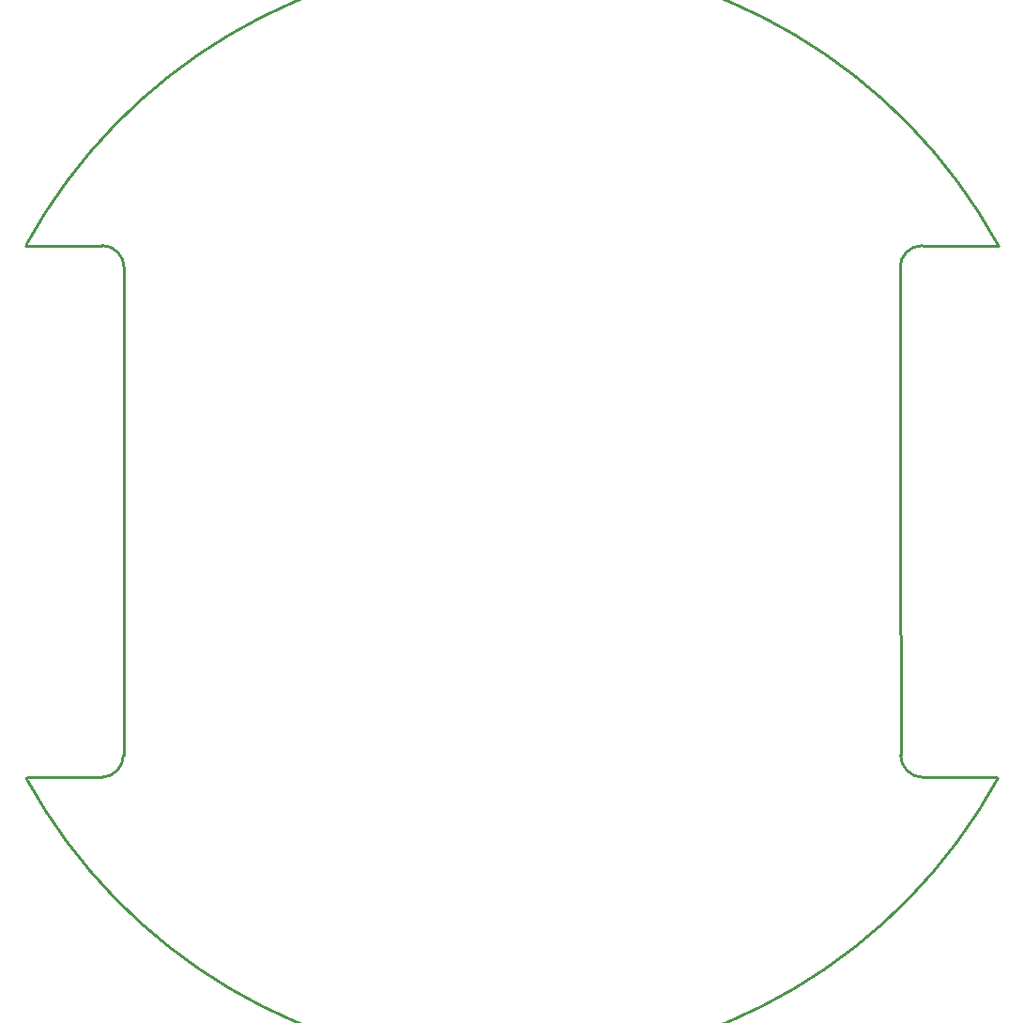
<source format=gko>
G04 Layer: BoardOutlineLayer*
G04 EasyEDA v6.5.51, 2025-09-10 15:25:43*
G04 7811fd6da6e84b80a6dd4c2e862b6bcc,8ef3a173406043228c96bdea823fb63d,10*
G04 Gerber Generator version 0.2*
G04 Scale: 100 percent, Rotated: No, Reflected: No *
G04 Dimensions in millimeters *
G04 leading zeros omitted , absolute positions ,4 integer and 5 decimal *
%FSLAX45Y45*%
%MOMM*%

%ADD10C,0.2540*%
%ADD11C,0.0143*%
D10*
X3499993Y2199995D02*
G01*
X3499993Y0D01*
X3699990Y2399995D02*
G01*
X4386590Y2399995D01*
X3505200Y-2199995D02*
G01*
X3499993Y0D01*
X-3695692Y-2397094D02*
G01*
X-4375691Y-2397094D01*
X3695692Y-2397094D02*
G01*
X4375691Y-2397094D01*
X-3499993Y-2199995D02*
G01*
X-3499993Y0D01*
X-3499993Y2199995D02*
G01*
X-3499993Y0D01*
X-3699992Y2399995D02*
G01*
X-4386590Y2399995D01*
G75*
G01*
X3699993Y2399995D02*
G03*
X3499993Y2199996I0J-199999D01*
G75*
G01*
X-3699993Y2399995D02*
G02*
X-3499993Y2199996I0J-199999D01*
G75*
G01*
X3505192Y-2197095D02*
G03*
X3705192Y-2397095I200000J0D01*
G75*
G01*
X-3505192Y-2197095D02*
G02*
X-3705192Y-2397095I-200000J0D01*
G75*
G01*
X4381523Y2408763D02*
G03*
X-4381525Y2408763I-4381524J-2408764D01*
G75*
G01*
X4381525Y-2408766D02*
G02*
X-4381525Y-2408766I-4381525J2408762D01*

%LPD*%
M02*

</source>
